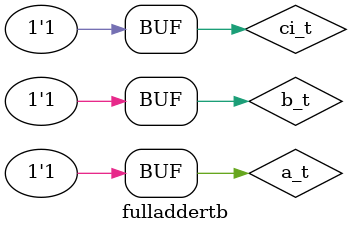
<source format=sv>
`timescale 1ns / 1ps


module fulladdertb();
logic a_t,b_t,ci_t;
logic s_t,co_t;
fullAdder dut(.s(s_t),.co(co_t),.a(a_t),.b(b_t),.ci(ci_t));


initial begin
a_t=0; b_t=0; ci_t=0; #100;
a_t=0; b_t=0; ci_t=1; #100;
a_t=0; b_t=1; ci_t=0; #100;
a_t=0; b_t=1; ci_t=1; #100;
a_t=1; b_t=0; ci_t=0; #100;
a_t=1; b_t=0; ci_t=1; #100;
a_t=1; b_t=1; ci_t=0; #100;
a_t=1; b_t=1; ci_t=1; #100;
end
endmodule

</source>
